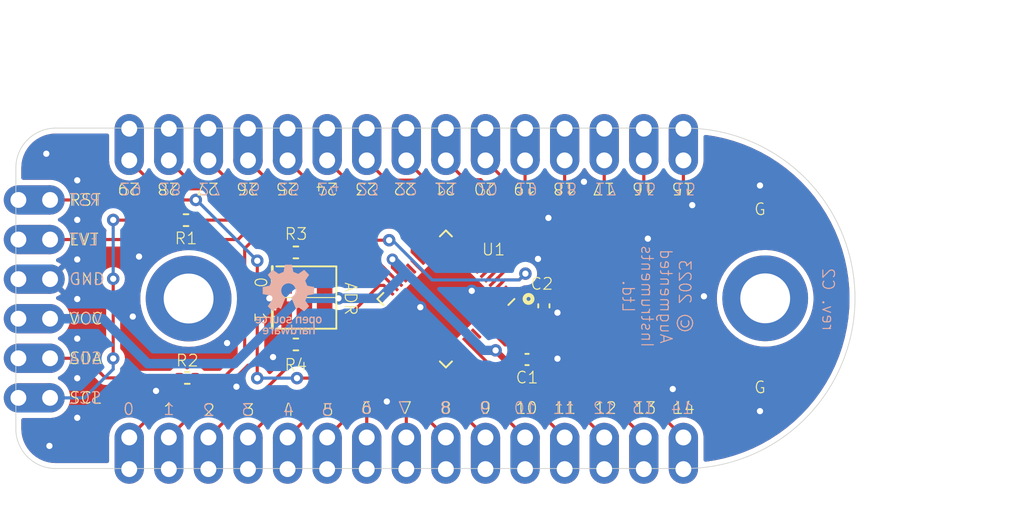
<source format=kicad_pcb>
(kicad_pcb (version 20221018) (generator pcbnew)
  (title_block (title "TRILL-CRAFT") (date "2022-11-15") (rev "C2") (company "BELA / Augmented Instruments Ltd.") (comment 1 "https://bela.io"))
  (layers (0 "F.Cu" signal) (31 "B.Cu" signal) (34 "B.Paste" user) (35 "F.Paste" user) (36 "B.SilkS" user "B.Silkscreen") (37 "F.SilkS" user "F.Silkscreen") (38 "B.Mask" user) (39 "F.Mask" user) (44 "Edge.Cuts" user))
  (net 0 "")
  (net 1 "GND")
  (net 2 "VCC")
  (net 3 "/I2C_SCL")
  (net 4 "/I2C_SDA")
  (net 5 "/XRES")
  (net 6 "Net-(U1-(INT)P0[1])")
  (net 7 "/EVENT")
  (net 8 "/ADDR0")
  (net 9 "/ADDR1")
  (net 10 "Net-(J2-Pin_1)")
  (net 11 "Net-(J2-Pin_2)")
  (net 12 "Net-(J2-Pin_3)")
  (net 13 "Net-(J2-Pin_4)")
  (net 14 "Net-(J2-Pin_5)")
  (net 15 "Net-(J2-Pin_6)")
  (net 16 "Net-(J2-Pin_7)")
  (net 17 "Net-(J2-Pin_8)")
  (net 18 "Net-(J2-Pin_9)")
  (net 19 "Net-(J2-Pin_10)")
  (net 20 "Net-(J2-Pin_11)")
  (net 21 "Net-(J2-Pin_12)")
  (net 22 "Net-(J2-Pin_13)")
  (net 23 "Net-(J2-Pin_14)")
  (net 24 "Net-(J2-Pin_15)")
  (net 25 "Net-(J3-Pin_1)")
  (net 26 "Net-(J3-Pin_2)")
  (net 27 "Net-(J3-Pin_3)")
  (net 28 "Net-(J3-Pin_4)")
  (net 29 "Net-(J3-Pin_5)")
  (net 30 "Net-(J3-Pin_6)")
  (net 31 "Net-(J3-Pin_7)")
  (net 32 "Net-(J3-Pin_8)")
  (net 33 "Net-(J3-Pin_9)")
  (net 34 "Net-(J3-Pin_10)")
  (net 35 "Net-(J3-Pin_11)")
  (net 36 "Net-(J3-Pin_12)")
  (net 37 "Net-(J3-Pin_13)")
  (net 38 "Net-(J3-Pin_14)")
  (net 39 "Net-(J3-Pin_15)")
  (net 40 "Net-(U1-(PR{slash}SCL)P1[1])")
  (net 41 "Net-(U1-(PR{slash}SDA)P1[0])")
  (footprint "TRILL:trill_craft_1X6_2.54mm_castelated_round" (layer "F.Cu") (at 128.1811 98.7171 -90)
    (fp_text reference "J1" hide)
    (fp_text value "Conn_01x06" hide)
  )
  (footprint "TRILL:QFN-48-1EP_6x6mm_P0.4mm_EP4.6x4.6mm" (layer "F.Cu") (at 153.5811 105.0671 -135)
    (fp_text reference "U1")
    (fp_text value "CY8C20666A-24LQXI")
  )
  (footprint "Capacitor_SMD:C_0402_1005Metric" (layer "F.Cu") (at 158.788 108.9538 180)
    (fp_text reference "C1")
    (fp_text value "100nF")
  )
  (footprint "TRILL:trill_craft_1x15_2.54mm_castellated_round" (layer "F.Cu") (at 133.2611 113.9571)
    (fp_text reference "J2" hide)
    (fp_text value "Conn_01x15_Female")
  )
  (footprint "TRILL:trill_craft_1x15_2.54mm_castellated_round" (layer "F.Cu") (at 168.8211 96.1771 180)
    (fp_text reference "J3" hide)
    (fp_text value "Conn_01x15_Female")
  )
  (footprint "MountingHole:MountingHole_3.2mm_M3_ISO14580_Pad" (layer "F.Cu") (at 174.0711 105.029)
    (fp_text reference "H1" hide)
    (fp_text value "MountingHole_Pad")
  )
  (footprint "Capacitor_SMD:C_0402_1005Metric" (layer "F.Cu") (at 159.8676 105.5116 -90)
    (fp_text reference "C2")
    (fp_text value "2n2")
  )
  (footprint "MountingHole:MountingHole_3.2mm_M3_ISO14580_Pad" (layer "F.Cu") (at 137.0711 105.0422)
    (fp_text reference "H2" hide)
    (fp_text value "MountingHole_Pad")
  )
  (footprint "Resistor_SMD:R_0402_1005Metric" (layer "F.Cu") (at 143.955 102.0826 180)
    (fp_text reference "R3")
    (fp_text value "47k")
  )
  (footprint "Resistor_SMD:R_0402_1005Metric" (layer "F.Cu") (at 143.955 107.9886 180)
    (fp_text reference "R4")
    (fp_text value "47k")
  )
  (footprint "Resistor_SMD:R_0402_1005Metric" (layer "F.Cu") (at 136.906 100.0125 180)
    (fp_text reference "R1")
    (fp_text value "100")
  )
  (footprint "TRILL:trill_craft_circular_pad_smd" (layer "F.Cu") (at 171.958 99.949)
    (fp_text reference "TP1" hide)
    (fp_text value "Conn_01x01_Female")
  )
  (footprint "TRILL:trill_craft_circular_pad_smd" (layer "F.Cu") (at 171.958 114.427)
    (fp_text reference "TP2" hide)
    (fp_text value "Conn_01x01_Female")
  )
  (footprint "TRILL:SolderJumper-2x3_P1.3mm_Open_Pad1.0x1.5mm" (layer "F.Cu") (at 144.499601 103.979245 180)
    (fp_text reference "JP1" hide)
    (fp_text value "Jumper_2x3_Open")
  )
  (footprint "Resistor_SMD:R_0402_1005Metric" (layer "F.Cu") (at 136.9822 110.1344 180)
    (fp_text reference "R2")
    (fp_text value "100")
  )
  (footprint "TRILL:OpenSourceHardware_Logo" (layer "B.Cu") (at 143.469927 105.655187 180)
    (fp_text reference "G5" hide)
    (fp_text value "OpenSourceHardware_Logo")
  )
  (gr_line (start 168.91 94.107) (end 128.542066 94.107) (stroke (width 0.05)) (layer "Edge.Cuts"))
  (gr_line (start 125.984 96.647) (end 125.984 113.392934) (stroke (width 0.05)) (layer "Edge.Cuts"))
  (gr_line (start 128.524 115.951) (end 168.91 115.951) (stroke (width 0.05)) (layer "Edge.Cuts"))
  (gr_arc (start 125.984 96.647) (mid 126.739601 94.849845) (end 128.542066 94.107) (stroke (width 0.05)) (layer "Edge.Cuts"))
  (gr_arc (start 128.524 115.951) (mid 126.726845 115.195399) (end 125.984 113.392934) (stroke (width 0.05)) (layer "Edge.Cuts"))
  (gr_arc (start 168.91 94.107) (mid 179.832 105.029) (end 168.91 115.951) (stroke (width 0.05)) (layer "Edge.Cuts"))
  (gr_text "rev. ${REVISION}" (at 177.673 107.188 270) (layer "B.SilkS") (effects (font (size 0.75 0.75) (thickness 0.07)) (justify left bottom mirror)))
  (gr_text "29" (at 134.112 98.425 180) (layer "B.SilkS") (effects (font (size 0.75 0.75) (thickness 0.07)) (justify right top mirror)))
  (gr_text "26" (at 141.732 98.425 180) (layer "B.SilkS") (effects (font (size 0.75 0.75) (thickness 0.07)) (justify right top mirror)))
  (gr_text "27" (at 139.1793 98.425 180) (layer "B.SilkS") (effects (font (size 0.75 0.75) (thickness 0.07)) (justify right top mirror)))
  (gr_text "28" (at 136.652 98.425 180) (layer "B.SilkS") (effects (font (size 0.75 0.75) (thickness 0.07)) (justify right top mirror)))
  (gr_text "15" (at 169.672 98.425 180) (layer "B.SilkS") (effects (font (size 0.75 0.75) (thickness 0.07)) (justify right top mirror)))
  (gr_text "16" (at 167.132 98.425 180) (layer "B.SilkS") (effects (font (size 0.75 0.75) (thickness 0.07)) (justify right top mirror)))
  (gr_text "17" (at 164.592 98.425 180) (layer "B.SilkS") (effects (font (size 0.75 0.75) (thickness 0.07)) (justify right top mirror)))
  (gr_text "18" (at 162.052 98.425 180) (layer "B.SilkS") (effects (font (size 0.75 0.75) (thickness 0.07)) (justify right top mirror)))
  (gr_text "19" (at 159.512 98.425 180) (layer "B.SilkS") (effects (font (size 0.75 0.75) (thickness 0.07)) (justify right top mirror)))
  (gr_text "20" (at 156.972 98.425 180) (layer "B.SilkS") (effects (font (size 0.75 0.75) (thickness 0.07)) (justify right top mirror)))
  (gr_text "21" (at 154.4066 98.425 180) (layer "B.SilkS") (effects (font (size 0.75 0.75) (thickness 0.07)) (justify right top mirror)))
  (gr_text "22" (at 151.8158 98.425 180) (layer "B.SilkS") (effects (font (size 0.75 0.75) (thickness 0.07)) (justify right top mirror)))
  (gr_text "23" (at 149.352 98.425 180) (layer "B.SilkS") (effects (font (size 0.75 0.75) (thickness 0.07)) (justify right top mirror)))
  (gr_text "25" (at 144.272 98.425 180) (layer "B.SilkS") (effects (font (size 0.75 0.75) (thickness 0.07)) (justify right top mirror)))
  (gr_text "24" (at 146.812 98.425 180) (layer "B.SilkS") (effects (font (size 0.75 0.75) (thickness 0.07)) (justify right top mirror)))
  (gr_text "8" (at 153.1366 111.633) (layer "B.SilkS") (effects (font (size 0.75 0.75) (thickness 0.07)) (justify right top mirror)))
  (gr_text "13" (at 165.481 111.633) (layer "B.SilkS") (effects (font (size 0.75 0.75) (thickness 0.07)) (justify right top mirror)))
  (gr_text "14" (at 167.9575 111.633) (layer "B.SilkS") (effects (font (size 0.75 0.75) (thickness 0.07)) (justify right top mirror)))
  (gr_text "0" (at 133.223 112.141) (layer "B.SilkS") (effects (font (size 0.75 0.75) (thickness 0.07)) (justify mirror)))
  (gr_text "12\n" (at 162.9664 111.633) (layer "B.SilkS") (effects (font (size 0.75 0.75) (thickness 0.07)) (justify right top mirror)))
  (gr_text "11\n" (at 160.3756 111.633) (layer "B.SilkS") (effects (font (size 0.75 0.75) (thickness 0.07)) (justify right top mirror)))
  (gr_text "1" (at 135.8138 112.141) (layer "B.SilkS") (effects (font (size 0.75 0.75) (thickness 0.07)) (justify mirror)))
  (gr_text "2" (at 137.922 111.76) (layer "B.SilkS") (effects (font (size 0.75 0.75) (thickness 0.07)) (justify right top mirror)))
  (gr_text "3" (at 140.4112 111.76) (layer "B.SilkS") (effects (font (size 0.75 0.75) (thickness 0.07)) (justify right top mirror)))
  (gr_text "4" (at 143.0782 111.76) (layer "B.SilkS") (effects (font (size 0.75 0.75) (thickness 0.07)) (justify right top mirror)))
  (gr_text "5" (at 145.542 111.76) (layer "B.SilkS") (effects (font (size 0.75 0.75) (thickness 0.07)) (justify right top mirror)))
  (gr_text "6" (at 148.0566 111.633) (layer "B.SilkS") (effects (font (size 0.75 0.75) (thickness 0.07)) (justify right top mirror)))
  (gr_text "7" (at 150.4442 111.633) (layer "B.SilkS") (effects (font (size 0.75 0.75) (thickness 0.07)) (justify right top mirror)))
  (gr_text "9" (at 155.6766 111.633) (layer "B.SilkS") (effects (font (size 0.75 0.75) (thickness 0.07)) (justify right top mirror)))
  (gr_text "10" (at 157.8864 111.633) (layer "B.SilkS") (effects (font (size 0.75 0.75) (thickness 0.07)) (justify right top mirror)))
  (gr_text "GND" (at 129.3622 103.7971) (layer "B.SilkS") (effects (font (size 0.75 0.75) (thickness 0.07)) (justify right mirror)))
  (gr_text "© 2023\nAugmented\nInstruments\nLtd." (at 164.846 104.902 270) (layer "B.SilkS") (effects (font (size 0.75 0.75) (thickness 0.07)) (justify bottom mirror)))
  (gr_text "VCC" (at 129.3622 106.3371) (layer "B.SilkS") (effects (font (size 0.75 0.75) (thickness 0.07)) (justify right mirror)))
  (gr_text "SCL" (at 129.3622 111.4171) (layer "B.SilkS") (effects (font (size 0.75 0.75) (thickness 0.07)) (justify right mirror)))
  (gr_text "RST" (at 129.3622 98.7171) (layer "B.SilkS") (effects (font (size 0.75 0.75) (thickness 0.07)) (justify right mirror)))
  (gr_text "SDA" (at 129.3622 108.8771) (layer "B.SilkS") (effects (font (size 0.75 0.75) (thickness 0.07)) (justify right mirror)))
  (gr_text "EVT" (at 129.3622 101.2571) (layer "B.SilkS") (effects (font (size 0.75 0.75) (thickness 0.07)) (justify right mirror)))
  (gr_text "2" (at 138.811 111.76) (layer "F.SilkS") (effects (font (size 0.75 0.75) (thickness 0.07)) (justify right top)))
  (gr_text "0" (at 133.223 112.141) (layer "F.SilkS") (effects (font (size 0.75 0.75) (thickness 0.07))))
  (gr_text "25" (at 142.621 98.425 180) (layer "F.SilkS") (effects (font (size 0.75 0.75) (thickness 0.07)) (justify right top)))
  (gr_text "17" (at 162.941 98.425 180) (layer "F.SilkS") (effects (font (size 0.75 0.75) (thickness 0.07)) (justify right top)))
  (gr_text "16" (at 165.481 98.425 180) (layer "F.SilkS") (effects (font (size 0.75 0.75) (thickness 0.07)) (justify right top)))
  (gr_text "15" (at 168.021 98.425 180) (layer "F.SilkS") (effects (font (size 0.75 0.75) (thickness 0.07)) (justify right top)))
  (gr_text "23" (at 147.701 98.425 180) (layer "F.SilkS") (effects (font (size 0.75 0.75) (thickness 0.07)) (justify right top)))
  (gr_text "22" (at 150.1648 98.425 180) (layer "F.SilkS") (effects (font (size 0.75 0.75) (thickness 0.07)) (justify right top)))
  (gr_text "21" (at 152.7556 98.425 180) (layer "F.SilkS") (effects (font (size 0.75 0.75) (thickness 0.07)) (justify right top)))
  (gr_text "20" (at 155.321 98.425 180) (layer "F.SilkS") (effects (font (size 0.75 0.75) (thickness 0.07)) (justify right top)))
  (gr_text "19" (at 157.861 98.425 180) (layer "F.SilkS") (effects (font (size 0.75 0.75) (thickness 0.07)) (justify right top)))
  (gr_text "18" (at 160.401 98.425 180) (layer "F.SilkS") (effects (font (size 0.75 0.75) (thickness 0.07)) (justify right top)))
  (gr_text "24" (at 145.161 98.425 180) (layer "F.SilkS") (effects (font (size 0.75 0.75) (thickness 0.07)) (justify right top)))
  (gr_text "28" (at 135.001 98.425 180) (layer "F.SilkS") (effects (font (size 0.75 0.75) (thickness 0.07)) (justify right top)))
  (gr_text "26" (at 140.081 98.425 180) (layer "F.SilkS") (effects (font (size 0.75 0.75) (thickness 0.07)) (justify right top)))
  (gr_text "27" (at 137.5283 98.425 180) (layer "F.SilkS") (effects (font (size 0.75 0.75) (thickness 0.07)) (justify right top)))
  (gr_text "RST" (at 129.3622 98.7171) (layer "F.SilkS") (effects (font (size 0.75 0.75) (thickness 0.07)) (justify left)))
  (gr_text "10" (at 159.512 111.633) (layer "F.SilkS") (effects (font (size 0.75 0.75) (thickness 0.07)) (justify right top)))
  (gr_text "9" (at 156.5275 111.633) (layer "F.SilkS") (effects (font (size 0.75 0.75) (thickness 0.07)) (justify right top)))
  (gr_text "7" (at 151.4475 111.633) (layer "F.SilkS") (effects (font (size 0.75 0.75) (thickness 0.07)) (justify right top)))
  (gr_text "6" (at 148.9075 111.633) (layer "F.SilkS") (effects (font (size 0.75 0.75) (thickness 0.07)) (justify right top)))
  (gr_text "5" (at 146.431 111.76) (layer "F.SilkS") (effects (font (size 0.75 0.75) (thickness 0.07)) (justify right top)))
  (gr_text "4" (at 143.891 111.76) (layer "F.SilkS") (effects (font (size 0.75 0.75) (thickness 0.07)) (justify right top)))
  (gr_text "3" (at 141.351 111.76) (layer "F.SilkS") (effects (font (size 0.75 0.75) (thickness 0.07)) (justify right top)))
  (gr_text "11\n" (at 161.9885 111.633) (layer "F.SilkS") (effects (font (size 0.75 0.75) (thickness 0.07)) (justify right top)))
  (gr_text "12\n" (at 164.592 111.633) (layer "F.SilkS") (effects (font (size 0.75 0.75) (thickness 0.07)) (justify right top)))
  (gr_text "14" (at 169.6085 111.633) (layer "F.SilkS") (effects (font (size 0.75 0.75) (thickness 0.07)) (justify right top)))
  (gr_text "13" (at 167.132 111.633) (layer "F.SilkS") (effects (font (size 0.75 0.75) (thickness 0.07)) (justify right top)))
  (gr_text "8" (at 153.9875 111.633) (layer "F.SilkS") (effects (font (size 0.75 0.75) (thickness 0.07)) (justify right top)))
  (gr_text "1" (at 135.8011 112.141) (layer "F.SilkS") (effects (font (size 0.75 0.75) (thickness 0.07))))
  (gr_text "29" (at 132.461 98.425 180) (layer "F.SilkS") (effects (font (size 0.75 0.75) (thickness 0.07)) (justify right top)))
  (gr_text "SCL\n" (at 129.3622 111.4171) (layer "F.SilkS") (effects (font (size 0.75 0.75) (thickness 0.07)) (justify left)))
  (gr_text "SDA" (at 129.3622 108.8771) (layer "F.SilkS") (effects (font (size 0.75 0.75) (thickness 0.07)) (justify left)))
  (gr_text "VCC" (at 129.3622 106.3371) (layer "F.SilkS") (effects (font (size 0.75 0.75) (thickness 0.07)) (justify left)))
  (gr_text "G" (at 173.736 110.744) (layer "F.SilkS") (effects (font (size 0.75 0.75) (thickness 0.07))))
  (gr_text "GND" (at 129.3622 103.7971) (layer "F.SilkS") (effects (font (size 0.75 0.75) (thickness 0.07)) (justify left)))
  (gr_text "G" (at 173.736 99.314) (layer "F.SilkS") (effects (font (size 0.75 0.75) (thickness 0.07))))
  (gr_text "ADR" (at 147.469601 105.059845 270) (layer "F.SilkS") (effects (font (size 0.75 0.75) (thickness 0.07))))
  (gr_text "EVT" (at 129.3622 101.2571) (layer "F.SilkS") (effects (font (size 0.75 0.75) (thickness 0.07)) (justify left)))
  (segment (start 143.165 103.1164) (end 143.445 102.8364) (width 0.2) (layer "F.Cu") (net 1))
  (segment (start 143.445 107.9886) (end 143.445 107.2226) (width 0.2) (layer "F.Cu") (net 1))
  (segment (start 153.5811 104.784258) (end 151.636556 102.839714) (width 0.2) (layer "F.Cu") (net 1))
  (segment (start 153.5811 105.0671) (end 156.126684 105.0671) (width 0.2) (layer "F.Cu") (net 1))
  (segment (start 160.739601 108.899845) (end 160.685646 108.9538) (width 0.2) (layer "F.Cu") (net 1))
  (segment (start 143.165 104.0062) (end 143.165 103.1164) (width 0.2) (layer "F.Cu") (net 1))
  (segment (start 157.709584 106.65) (end 156.939857 105.880273) (width 0.2032) (layer "F.Cu") (net 1))
  (segment (start 143.165 104.0062) (end 143.165 104.9634) (width 0.2) (layer "F.Cu") (net 1))
  (segment (start 173.736 97.79) (end 171.958 97.79) (width 0.6096) (layer "F.Cu") (net 1))
  (segment (start 160.685646 108.9538) (end 159.268 108.9538) (width 0.2) (layer "F.Cu") (net 1))
  (segment (start 142.2532 105.029) (end 143.0994 105.029) (width 0.2) (layer "F.Cu") (net 1))
  (segment (start 173.736 112.268) (end 171.958 112.268) (width 0.6096) (layer "F.Cu") (net 1))
  (segment (start 153.5811 105.0671) (end 153.5811 104.784258) (width 0.2) (layer "F.Cu") (net 1))
  (segment (start 143.165 106.0062) (end 143.165 106.9426) (width 0.2) (layer "F.Cu") (net 1))
  (segment (start 159.836016 106.023184) (end 159.8676 105.9916) (width 0.35) (layer "F.Cu") (net 1))
  (segment (start 159.266262 106.023184) (end 159.836016 106.023184) (width 0.35) (layer "F.Cu") (net 1))
  (segment (start 143.165 104.9634) (end 143.165 106.0062) (width 0.2) (layer "F.Cu") (net 1))
  (segment (start 158.239601 106.65) (end 157.709584 106.65) (width 0.2032) (layer "F.Cu") (net 1))
  (segment (start 143.445 107.2226) (end 143.165 106.9426) (width 0.2) (layer "F.Cu") (net 1))
  (segment (start 143.0994 105.029) (end 143.165 104.9634) (width 0.2) (layer "F.Cu") (net 1))
  (segment (start 158.239601 106.65) (end 158.639446 106.65) (width 0.35) (layer "F.Cu") (net 1))
  (segment (start 156.126684 105.0671) (end 156.939857 105.880273) (width 0.2) (layer "F.Cu") (net 1))
  (segment (start 129.925 110.155) (end 129.925 112.695) (width 0.508) (layer "F.Cu") (net 1))
  (segment (start 158.639446 106.65) (end 159.266262 106.023184) (width 0.35) (layer "F.Cu") (net 1))
  (segment (start 129.925 107.615) (end 129.925 105.075) (width 0.508) (layer "F.Cu") (net 1))
  (segment (start 143.445 102.8364) (end 143.445 102.0826) (width 0.2) (layer "F.Cu") (net 1))
  (via (at 160.739601 108.899845) (size 0.8) (drill 0.4) (layers "F.Cu" "B.Cu") (net 1))
  (via (at 155.239601 104.549845) (size 0.8) (drill 0.4) (layers "F.Cu" "B.Cu") (net 1))
  (via (at 151.939601 105.599845) (size 0.8) (drill 0.4) (layers "F.Cu" "B.Cu") (net 1))
  (via (at 169.389601 99.049845) (size 0.8) (drill 0.4) (layers "F.Cu" "B.Cu") (net 1))
  (via (at 166.539601 101.199845) (size 0.8) (drill 0.4) (layers "F.Cu" "B.Cu") (net 1))
  (via (at 170.139601 104.899845) (size 0.8) (drill 0.4) (layers "F.Cu" "B.Cu") (net 1))
  (via (at 134.98 110.97) (size 0.8) (drill 0.4) (layers "F.Cu" "B.Cu") (net 1))
  (via (at 129.925 110.155) (size 0.8) (drill 0.4) (layers "F.Cu" "B.Cu") (net 1))
  (via (at 160.159601 99.869845) (size 0.8) (drill 0.4) (layers "F.Cu" "B.Cu") (net 1))
  (via (at 129.925 97.455) (size 0.8) (drill 0.4) (layers "F.Cu" "B.Cu") (net 1))
  (via (at 142.489601 108.799845) (size 0.8) (drill 0.4) (layers "F.Cu" "B.Cu") (net 1))
  (via (at 173.736 97.79) (size 0.8) (drill 0.4) (layers "F.Cu" "B.Cu") (net 1))
  (via (at 168.139601 110.849845) (size 0.8) (drill 0.4) (layers "F.Cu" "B.Cu") (net 1))
  (via (at 162.439601 97.549845) (size 0.8) (drill 0.4) (layers "F.Cu" "B.Cu") (net 1))
  (via (at 129.925 112.695) (size 0.8) (drill 0.4) (layers "F.Cu" "B.Cu") (net 1))
  (via (at 129.925 102.535) (size 0.8) (drill 0.4) (layers "F.Cu" "B.Cu") (net 1))
  (via (at 140.139601 110.699845) (size 0.8) (drill 0.4) (layers "F.Cu" "B.Cu") (net 1))
  (via (at 133.889601 102.349845) (size 0.8) (drill 0.4) (layers "F.Cu" "B.Cu") (net 1))
  (via (at 128.139601 114.499845) (size 0.8) (drill 0.4) (layers "F.Cu" "B.Cu") (net 1))
  (via (at 129.925 105.075) (size 0.8) (drill 0.4) (layers "F.Cu" "B.Cu") (net 1))
  (via (at 142.2532 105.029) (size 0.8) (drill 0.4) (layers "F.Cu" "B.Cu") (net 1))
  (via (at 139.539601 107.899845) (size 0.8) (drill 0.4) (layers "F.Cu" "B.Cu") (net 1))
  (via (at 159.489601 102.499845) (size 0.8) (drill 0.4) (layers "F.Cu" "B.Cu") (net 1))
  (via (at 173.736 112.268) (size 0.8) (drill 0.4) (layers "F.Cu" "B.Cu") (net 1))
  (via (at 127.939601 95.749845) (size 0.8) (drill 0.4) (layers "F.Cu" "B.Cu") (net 1))
  (via (at 129.925 107.615) (size 0.8) (drill 0.4) (layers "F.Cu" "B.Cu") (net 1))
  (via (at 160.739601 105.949845) (size 0.8) (drill 0.4) (layers "F.Cu" "B.Cu") (net 1))
  (via (at 133.489601 106.199845) (size 0.8) (drill 0.4) (layers "F.Cu" "B.Cu") (net 1))
  (via (at 129.925 99.995) (size 0.8) (drill 0.4) (layers "F.Cu" "B.Cu") (net 1))
  (via (at 149.789601 111.649845) (size 0.8) (drill 0.4) (layers "F.Cu" "B.Cu") (net 1))
  (segment (start 129.925 110.155) (end 129.925 107.615) (width 0.508) (layer "B.Cu") (net 1))
  (segment (start 145.6503 105.029) (end 145.6503 106.045) (width 0.2) (layer "F.Cu") (net 2))
  (segment (start 156.033986 108.368514) (end 155.242801 107.577329) (width 0.2) (layer "F.Cu") (net 2))
  (segment (start 146.6855 105.029) (end 145.6503 105.029) (width 0.2) (layer "F.Cu") (net 2))
  (segment (start 150.15 103.050214) (end 150.15 102.525) (width 0.2) (layer "F.Cu") (net 2))
  (segment (start 156.770932 108.368514) (end 157.356218 108.9538) (width 0.4) (layer "F.Cu") (net 2))
  (segment (start 156.770932 108.368514) (end 156.033986 108.368514) (width 0.2) (layer "F.Cu") (net 2))
  (segment (start 145.6503 104.0257) (end 145.6503 105.029) (width 0.2) (layer "F.Cu") (net 2))
  (segment (start 157.639601 108.9538) (end 158.308 108.9538) (width 0.2) (layer "F.Cu") (net 2))
  (segment (start 150.15 103.050214) (end 150.788028 103.688242) (width 0.2) (layer "F.Cu") (net 2))
  (segment (start 157.356218 108.9538) (end 157.639601 108.9538) (width 0.4) (layer "F.Cu") (net 2))
  (via (at 156.770932 108.368514) (size 0.8) (drill 0.4) (layers "F.Cu" "B.Cu") (net 2))
  (via (at 146.6855 105.029) (size 0.8) (drill 0.4) (layers "F.Cu" "B.Cu") (net 2))
  (via (at 150.15 102.525) (size 0.7366) (drill 0.381) (layers "F.Cu" "B.Cu") (net 2))
  (segment (start 134.4422 109.22) (end 140.0048 109.22) (width 0.6096) (layer "B.Cu") (net 2))
  (segment (start 150.15 102.525) (end 151 103.375) (width 0.6096) (layer "B.Cu") (net 2))
  (segment (start 156.770932 108.368514) (end 155.993514 108.368514) (width 0.6) (layer "B.Cu") (net 2))
  (segment (start 155.993514 108.368514) (end 151 103.375) (width 0.6) (layer "B.Cu") (net 2))
  (segment (start 131.5593 106.3371) (end 134.4422 109.22) (width 0.6096) (layer "B.Cu") (net 2))
  (segment (start 140.0048 109.22) (end 144.1958 105.029) (width 0.6096) (layer "B.Cu") (net 2))
  (segment (start 144.1958 105.029) (end 146.6855 105.029) (width 0.6096) (layer "B.Cu") (net 2))
  (segment (start 128.1811 106.3371) (end 131.5593 106.3371) (width 0.6096) (layer "B.Cu") (net 2))
  (segment (start 149.346 105.029) (end 151 103.375) (width 0.6096) (layer "B.Cu") (net 2))
  (segment (start 146.6855 105.029) (end 149.346 105.029) (width 0.6096) (layer "B.Cu") (net 2))
  (segment (start 132.2324 100.0125) (end 136.396 100.0125) (width 0.2) (layer "F.Cu") (net 3))
  (segment (start 132.2324 103.775) (end 132.2324 108.8898) (width 0.2) (layer "F.Cu") (net 3))
  (via (at 132.2324 99.9998) (size 0.8) (drill 0.4) (layers "F.Cu" "B.Cu") (net 3))
  (via (at 132.2324 103.775) (size 0.8) (drill 0.4) (layers "F.Cu" "B.Cu") (net 3))
  (via (at 132.2324 108.8898) (size 0.8) (drill 0.4) (layers "F.Cu" "B.Cu") (net 3))
  (segment (start 132.2324 108.8898) (end 132.2324 109.5756) (width 0.2) (layer "B.Cu") (net 3))
  (segment (start 130.3909 111.4171) (end 128.1811 111.4171) (width 0.2) (layer "B.Cu") (net 3))
  (segment (start 132.2324 109.5756) (end 130.3909 111.4171) (width 0.2) (layer "B.Cu") (net 3))
  (segment (start 132.2324 99.9998) (end 132.2324 103.775) (width 0.2) (layer "B.Cu") (net 3))
  (segment (start 128.1811 108.8771) (end 130.4671 108.8771) (width 0.2) (layer "F.Cu") (net 4))
  (segment (start 136.4722 110.1344) (end 131.7244 110.1344) (width 0.2) (layer "F.Cu") (net 4))
  (segment (start 130.4671 108.8771) (end 131.4323 109.8423) (width 0.2) (layer "F.Cu") (net 4))
  (segment (start 131.7244 110.1344) (end 131.4323 109.8423) (width 0.2) (layer "F.Cu") (net 4))
  (segment (start 150.222343 105.880273) (end 145.952616 110.15) (width 0.2) (layer "F.Cu") (net 5))
  (segment (start 137.5329 98.7171) (end 128.1811 98.7171) (width 0.2) (layer "F.Cu") (net 5))
  (segment (start 145.952616 110.15) (end 144.025 110.15) (width 0.2) (layer "F.Cu") (net 5))
  (segment (start 141.478 102.616) (end 141.475 110.15) (width 0.2) (layer "F.Cu") (net 5))
  (via (at 137.5329 98.7171) (size 0.8) (drill 0.4) (layers "F.Cu" "B.Cu") (net 5))
  (via (at 141.475 110.15) (size 0.8) (drill 0.4) (layers "F.Cu" "B.Cu") (net 5))
  (via (at 144.025 110.15) (size 0.8) (drill 0.4) (layers "F.Cu" "B.Cu") (net 5))
  (via (at 141.478 102.616) (size 0.8) (drill 0.4) (layers "F.Cu" "B.Cu") (net 5))
  (segment (start 137.5791 98.7171) (end 141.478 102.616) (width 0.2) (layer "B.Cu") (net 5))
  (segment (start 137.5329 98.7171) (end 137.5791 98.7171) (width 0.2) (layer "B.Cu") (net 5))
  (segment (start 144.025 110.15) (end 141.475 110.15) (width 0.2) (layer "B.Cu") (net 5))
  (segment (start 159.8676 105.0316) (end 159.076876 105.0316) (width 0.4) (layer "F.Cu") (net 6))
  (segment (start 158.108476 106) (end 157.62527 106) (width 0.2032) (layer "F.Cu") (net 6))
  (segment (start 157.62527 106) (end 157.2227 105.59743) (width 0.2032) (layer "F.Cu") (net 6))
  (segment (start 159.076876 105.0316) (end 158.108476 106) (width 0.2032) (layer "F.Cu") (net 6))
  (segment (start 148.505 101.08) (end 145.7 101.08) (width 0.2) (layer "F.Cu") (net 7))
  (segment (start 145.2675 100.6475) (end 140.8525 100.6475) (width 0.2) (layer "F.Cu") (net 7))
  (segment (start 140.8525 100.6475) (end 140.2429 101.2571) (width 0.2) (layer "F.Cu") (net 7))
  (segment (start 149.939601 101.3) (end 148.725 101.3) (width 0.2) (layer "F.Cu") (net 7))
  (segment (start 157.343939 103.849845) (end 156.939857 104.253927) (width 0.2) (layer "F.Cu") (net 7))
  (segment (start 140.2429 101.2571) (end 128.1811 101.2571) (width 0.2) (layer "F.Cu") (net 7))
  (segment (start 145.7 101.08) (end 145.2675 100.6475) (width 0.2) (layer "F.Cu") (net 7))
  (segment (start 148.725 101.3) (end 148.505 101.08) (width 0.2) (layer "F.Cu") (net 7))
  (segment (start 158.278155 103.849845) (end 157.343939 103.849845) (width 0.2) (layer "F.Cu") (net 7))
  (segment (start 158.683878 103.444122) (end 158.278155 103.849845) (width 0.2) (layer "F.Cu") (net 7))
  (via (at 158.683878 103.444122) (size 0.8) (drill 0.4) (layers "F.Cu" "B.Cu") (net 7))
  (via (at 149.939601 101.3) (size 0.8) (drill 0.4) (layers "F.Cu" "B.Cu") (net 7))
  (segment (start 152.7 103.85) (end 150.15 101.3) (width 0.2) (layer "B.Cu") (net 7))
  (segment (start 158.278 103.85) (end 152.7 103.85) (width 0.2) (layer "B.Cu") (net 7))
  (segment (start 150.15 101.3) (end 149.939601 101.3) (width 0.2) (layer "B.Cu") (net 7))
  (segment (start 158.683878 103.444122) (end 158.278 103.85) (width 0.2) (layer "B.Cu") (net 7))
  (segment (start 144.465 102.0826) (end 144.465 104.011) (width 0.2) (layer "F.Cu") (net 8))
  (segment (start 148.051016 102.0826) (end 144.465 102.0826) (width 0.2) (layer "F.Cu") (net 8))
  (segment (start 150.222343 104.253927) (end 148.051016 102.0826) (width 0.2) (layer "F.Cu") (net 8))
  (segment (start 144.465 107.9886) (end 145.5114 107.9886) (width 0.2) (layer "F.Cu") (net 9))
  (segment (start 145.5114 107.9886) (end 149.3 104.2) (width 0.2) (layer "F.Cu") (net 9))
  (segment (start 144.465 107.9886) (end 144.465 106.0597) (width 0.2) (layer "F.Cu") (net 9))
  (segment (start 149.59945 104.2) (end 149.93786 104.53841) (width 0.2) (layer "F.Cu") (net 9))
  (segment (start 144.465 106.0597) (end 144.4503 106.045) (width 0.2) (layer "F.Cu") (net 9))
  (segment (start 149.3 104.2) (end 149.59945 104.2) (width 0.2) (layer "F.Cu") (net 9))
  (segment (start 149.9395 105.59743) (end 146.36773 109.1692) (width 0.2) (layer "F.Cu") (net 10))
  (segment (start 146.36773 109.1692) (end 145.589913 109.1692) (width 0.2) (layer "F.Cu") (net 10))
  (segment (start 141.2494 111.6076) (end 143.6878 109.1692) (width 0.2032) (layer "F.Cu") (net 10))
  (segment (start 133.2611 113.9571) (end 135.6106 111.6076) (width 0.2032) (layer "F.Cu") (net 10))
  (segment (start 135.6106 111.6076) (end 141.2494 111.6076) (width 0.2032) (layer "F.Cu") (net 10))
  (segment (start 143.6878 109.1692) (end 145.589913 109.1692) (width 0.2032) (layer "F.Cu") (net 10))
  (segment (start 141.492 112) (end 137.7582 112) (width 0.2032) (layer "F.Cu") (net 11))
  (segment (start 142.192155 111.299845) (end 141.492 112) (width 0.2032) (layer "F.Cu") (net 11))
  (segment (start 144.489601 111.199845) (end 144.389601 111.299845) (width 0.2032) (layer "F.Cu") (net 11))
  (segment (start 145.868457 110.799845) (end 150.505186 106.163116) (width 0.2) (layer "F.Cu") (net 11))
  (segment (start 144.889601 110.799845) (end 145.868457 110.799845) (width 0.2) (layer "F.Cu") (net 11))
  (segment (start 137.7582 112) (end 135.8011 113.9571) (width 0.2032) (layer "F.Cu") (net 11))
  (segment (start 144.489601 111.199845) (end 144.889601 110.799845) (width 0.2) (layer "F.Cu") (net 11))
  (segment (start 144.389601 111.299845) (end 142.192155 111.299845) (width 0.2032) (layer "F.Cu") (net 11))
  (segment (start 146.211871 111.022115) (end 146.20847 111.022115) (width 0.2032) (layer "F.Cu") (net 12))
  (segment (start 146.20847 111.022115) (end 146.03074 111.199845) (width 0.2032) (layer "F.Cu") (net 12))
  (segment (start 145.100723 111.199845) (end 144.619723 111.680845) (width 0.2032) (layer "F.Cu") (net 12))
  (segment (start 146.03074 111.199845) (end 145.100723 111.199845) (width 0.2032) (layer "F.Cu") (net 12))
  (segment (start 141.627 112.5) (end 139.7982 112.5) (width 0.2032) (layer "F.Cu") (net 12))
  (segment (start 142.446155 111.680845) (end 141.627 112.5) (width 0.2032) (layer "F.Cu") (net 12))
  (segment (start 144.619723 111.680845) (end 142.446155 111.680845) (width 0.2032) (layer "F.Cu") (net 12))
  (segment (start 150.788028 106.445958) (end 146.211871 111.022115) (width 0.2) (layer "F.Cu") (net 12))
  (segment (start 139.7982 112.5) (end 138.3411 113.9571) (width 0.2032) (layer "F.Cu") (net 12))
  (segment (start 142.776355 112.061845) (end 140.8811 113.9571) (width 0.2032) (layer "F.Cu") (net 13))
  (segment (start 145.258539 111.580845) (end 144.777539 112.061845) (width 0.2032) (layer "F.Cu") (net 13))
  (segment (start 144.777539 112.061845) (end 142.776355 112.061845) (width 0.2032) (layer "F.Cu") (net 13))
  (segment (start 146.344714 111.454958) (end 146.218827 111.580845) (width 0.2032) (layer "F.Cu") (net 13))
  (segment (start 151.070871 106.728801) (end 146.344714 111.454958) (width 0.2) (layer "F.Cu") (net 13))
  (segment (start 146.218827 111.580845) (end 145.258539 111.580845) (width 0.2032) (layer "F.Cu") (net 13))
  (segment (start 146.452557 111.912801) (end 151.353714 107.011644) (width 0.2) (layer "F.Cu") (net 14))
  (segment (start 145.416355 111.961845) (end 143.4211 113.9571) (width 0.2032) (layer "F.Cu") (net 14))
  (segment (start 146.403513 111.961845) (end 145.416355 111.961845) (width 0.2032) (layer "F.Cu") (net 14))
  (segment (start 146.452557 111.912801) (end 146.403513 111.961845) (width 0.2032) (layer "F.Cu") (net 14))
  (segment (start 147.05 112.8682) (end 146.900899 113.017301) (width 0.2) (layer "F.Cu") (net 15))
  (segment (start 151.636556 107.294486) (end 147.05 111.881042) (width 0.2) (layer "F.Cu") (net 15))
  (segment (start 147.05 111.881042) (end 147.05 112.8682) (width 0.2) (layer "F.Cu") (net 15))
  (segment (start 145.9611 113.9571) (end 146.900899 113.017301) (width 0.2032) (layer "F.Cu") (net 15))
  (segment (start 148.5011 113.9571) (end 148.5011 110.995628) (width 0.2032) (layer "F.Cu") (net 16))
  (segment (start 148.5011 110.995628) (end 151.919399 107.577329) (width 0.2032) (layer "F.Cu") (net 16))
  (segment (start 151.0411 113.9571) (end 151.0411 109.021314) (width 0.2) (layer "F.Cu") (net 17))
  (segment (start 151.0411 109.021314) (end 152.202242 107.860172) (width 0.2) (layer "F.Cu") (net 17))
  (segment (start 151.887991 108.740107) (end 151.4205 109.207598) (width 0.2032) (layer "F.Cu") (net 18))
  (segment (start 151.4205 111.7965) (end 153.5811 113.9571) (width 0.2032) (layer "F.Cu") (net 18))
  (segment (start 151.4205 109.207598) (end 151.4205 111.7965) (width 0.2032) (layer "F.Cu") (net 18))
  (segment (start 151.887991 108.740107) (end 152.485084 108.143014) (width 0.2) (layer "F.Cu") (net 18))
  (segment (start 152.288796 110.09904) (end 156.1211 113.931344) (width 0.2032) (layer "F.Cu") (net 19))
  (segment (start 152.288796 110.09904) (end 152.288796 108.904988) (width 0.2) (layer "F.Cu") (net 19))
  (segment (start 152.288796 108.904988) (end 152.767927 108.425857) (width 0.2) (layer "F.Cu") (net 19))
  (segment (start 156.1211 113.931344) (end 156.1211 113.9571) (width 0.2032) (layer "F.Cu") (net 19))
  (segment (start 154.839601 111.9632) (end 156.6672 111.9632) (width 0.2032) (layer "F.Cu") (net 20))
  (segment (start 154.839601 111.9632) (end 154.752956 111.9632) (width 0.2) (layer "F.Cu") (net 20))
  (segment (start 156.6672 111.9632) (end 158.6611 113.9571) (width 0.2032) (layer "F.Cu") (net 20))
  (segment (start 154.752956 111.9632) (end 152.689601 109.899845) (width 0.2) (layer "F.Cu") (net 20))
  (segment (start 152.689601 109.899845) (end 152.689601 109.069869) (width 0.2) (layer "F.Cu") (net 20))
  (segment (start 152.689601 109.069869) (end 153.05077 108.7087) (width 0.2) (layer "F.Cu") (net 20))
  (segment (start 156.85792 111.45519) (end 154.11143 108.7087) (width 0.2032) (layer "F.Cu") (net 21))
  (segment (start 161.2011 113.9571) (end 158.69919 111.45519) (width 0.2032) (layer "F.Cu") (net 21))
  (segment (start 158.69919 111.45519) (end 156.85792 111.45519) (width 0.2032) (layer "F.Cu") (net 21))
  (segment (start 156.991806 111.02339) (end 154.394273 108.425857) (width 0.2032) (layer "F.Cu") (net 22))
  (segment (start 158.82339 111.02339) (end 156.991806 111.02339) (width 0.2032) (layer "F.Cu") (net 22))
  (segment (start 160.80739 111.02339) (end 163.7411 113.9571) (width 0.2032) (layer "F.Cu") (net 22))
  (segment (start 158.82339 111.02339) (end 160.80739 111.02339) (width 0.2032) (layer "F.Cu") (net 22))
  (segment (start 158.79969 110.60031) (end 157.134412 110.60031) (width 0.2032) (layer "F.Cu") (net 23))
  (segment (start 157.134412 110.60031) (end 154.677116 108.143014) (width 0.2032) (layer "F.Cu") (net 23))
  (segment (start 162.92431 110.60031) (end 166.2811 113.9571) (width 0.2032) (layer "F.Cu") (net 23))
  (segment (start 158.79969 110.60031) (end 162.92431 110.60031) (width 0.2032) (layer "F.Cu") (net 23))
  (segment (start 158.0225 110.1725) (end 165.0365 110.1725) (width 0.2032) (layer "F.Cu") (net 24))
  (segment (start 154.959958 107.860172) (end 157.272286 110.1725) (width 0.2) (layer "F.Cu") (net 24))
  (segment (start 165.0365 110.1725) (end 168.8211 113.9571) (width 0.2032) (layer "F.Cu") (net 24))
  (segment (start 157.272286 110.1725) (end 158.0225 110.1725) (width 0.2) (layer "F.Cu") (net 24))
  (segment (start 164.570601 104.568845) (end 161.125946 108.0135) (width 0.2032) (layer "F.Cu") (net 25))
  (segment (start 168.8211 97.668346) (end 164.570601 101.918845) (width 0.2032) (layer "F.Cu") (net 25))
  (segment (start 164.570601 101.918845) (end 164.570601 104.568845) (width 0.2032) (layer "F.Cu") (net 25))
  (segment (start 168.8211 96.1771) (end 168.8211 97.668346) (width 0.2032) (layer "F.Cu") (net 25))
  (segment (start 161.125946 108.0135) (end 157.376028 108.0135) (width 0.2032) (layer "F.Cu") (net 25))
  (segment (start 157.376028 108.0135) (end 156.091329 106.728801) (width 0.2032) (layer "F.Cu") (net 25))
  (segment (start 166.2811 97.608346) (end 166.2811 96.1771) (width 0.2032) (layer "F.Cu") (net 26))
  (segment (start 157.478543 107.550329) (end 161.050301 107.550329) (width 0.2032) (layer "F.Cu") (net 26))
  (segment (start 164.189601 99.699845) (end 166.2811 97.608346) (width 0.2032) (layer "F.Cu") (net 26))
  (segment (start 164.189601 104.411029) (end 164.189601 99.699845) (width 0.2032) (layer "F.Cu") (net 26))
  (segment (start 161.050301 107.550329) (end 164.189601 104.411029) (width 0.2032) (layer "F.Cu") (net 26))
  (segment (start 156.374172 106.445958) (end 157.478543 107.550329) (width 0.2032) (layer "F.Cu") (net 26))
  (segment (start 163.7411 96.1771) (end 163.7411 104.320714) (width 0.2032) (layer "F.Cu") (net 27))
  (segment (start 160.939294 107.12252) (end 157.616418 107.12252) (width 0.2032) (layer "F.Cu") (net 27))
  (segment (start 157.616418 107.12252) (end 156.657014 106.163116) (width 0.2032) (layer "F.Cu") (net 27))
  (segment (start 163.7411 104.320714) (end 160.939294 107.12252) (width 0.2032) (layer "F.Cu") (net 27))
  (segment (start 161.2011 97.5489) (end 159.2 99.55) (width 0.2) (layer "F.Cu") (net 28))
  (segment (start 161.2011 96.1771) (end 161.2011 97.5489) (width 0.2) (layer "F.Cu") (net 28))
  (segment (start 159.2 101.428098) (end 156.657014 103.971084) (width 0.2) (layer "F.Cu") (net 28))
  (segment (start 159.2 99.55) (end 159.2 101.428098) (width 0.2) (layer "F.Cu") (net 28))
  (segment (start 158.6611 96.1771) (end 158.6611 101.401314) (width 0.2) (layer "F.Cu") (net 29))
  (segment (start 158.6611 101.401314) (end 156.374172 103.688242) (width 0.2) (layer "F.Cu") (net 29))
  (segment (start 156.1211 96.1771) (end 157.822 97.878) (width 0.2) (layer "F.Cu") (net 30))
  (segment (start 157.723364 101.773364) (end 156.091329 103.405399) (width 0.2) (layer "F.Cu") (net 30))
  (segment (start 158.15 98.206) (end 157.822 97.878) (width 0.2) (layer "F.Cu") (net 30))
  (segment (start 157.723364 101.773364) (end 158.15 101.346728) (width 0.2) (layer "F.Cu") (net 30))
  (segment (start 158.15 101.346728) (end 158.15 98.206) (width 0.2) (layer "F.Cu") (net 30))
  (segment (start 157.6 101.331042) (end 155.808486 103.122556) (width 0.2032) (layer "F.Cu") (net 31))
  (segment (start 157.6 99.2) (end 157.6 101.331042) (width 0.2032) (layer "F.Cu") (net 31))
  (segment (start 154.823701 97.419701) (end 155.819701 97.419701) (width 0.2032) (layer "F.Cu") (net 31))
  (segment (start 153.5811 96.1771) (end 154.823701 97.419701) (width 0.2032) (layer "F.Cu") (net 31))
  (segment (start 155.819701 97.419701) (end 157.6 99.2) (width 0.2032) (layer "F.Cu") (net 31))
  (segment (start 153.385647 97.847511) (end 155.597511 97.847511) (width 0.2032) (layer "F.Cu") (net 32))
  (segment (start 157.1 101.265358) (end 155.525644 102.839714) (width 0.2032) (layer "F.Cu") (net 32))
  (segment (start 155.597511 97.847511) (end 157.1 99.35) (width 0.2032) (layer "F.Cu") (net 32))
  (segment (start 151.0411 96.1771) (end 152.283701 97.419701) (width 0.2032) (layer "F.Cu") (net 32))
  (segment (start 152.957837 97.419701) (end 153.385647 97.847511) (width 0.2032) (layer "F.Cu") (net 32))
  (segment (start 152.283701 97.419701) (end 152.957837 97.419701) (width 0.2032) (layer "F.Cu") (net 32))
  (segment (start 157.1 99.35) (end 157.1 101.265358) (width 0.2032) (layer "F.Cu") (net 32))
  (segment (start 148.5011 96.1771) (end 149.7711 97.4471) (width 0.2032) (layer "F.Cu") (net 33))
  (segment (start 152.038411 97.847511) (end 152.847511 97.847511) (width 0.2032) (layer "F.Cu") (net 33))
  (segment (start 151.638 97.4471) (end 152.038411 97.847511) (width 0.2032) (layer "F.Cu") (net 33))
  (segment (start 156.549836 101.249836) (end 155.242801 102.556871) (width 0.2) (layer "F.Cu") (net 33))
  (segment (start 153.25 98.25) (end 155.25 98.25) (width 0.2032) (layer "F.Cu") (net 33))
  (segment (start 155.25 98.25) (end 156 99) (width 0.2032) (layer "F.Cu") (net 33))
  (segment (start 152.847511 97.847511) (end 153.25 98.25) (width 0.2032) (layer "F.Cu") (net 33))
  (segment (start 149.7711 97.4471) (end 151.638 97.4471) (width 0.2032) (layer "F.Cu") (net 33))
  (segment (start 156 99) (end 156.549836 99.549836) (width 0.2) (layer "F.Cu") (net 33))
  (segment (start 156.549836 99.549836) (end 156.549836 101.249836) (width 0.2) (layer "F.Cu") (net 33))
  (segment (start 152.601593 98.275321) (end 153.038136 98.711864) (width 0.2032) (layer "F.Cu") (net 34))
  (segment (start 156 101.233986) (end 156 99.75) (width 0.2) (layer "F.Cu") (net 34))
  (segment (start 154.961864 98.711864) (end 155.625 99.375) (width 0.2032) (layer "F.Cu") (net 34))
  (segment (start 151.856621 98.275321) (end 152.601593 98.275321) (width 0.2032) (layer "F.Cu") (net 34))
  (segment (start 151.45621 97.87491) (end 151.856621 98.275321) (width 0.2032) (layer "F.Cu") (net 34))
  (segment (start 156 99.75) (end 155.625 99.375) (width 0.2) (layer "F.Cu") (net 34))
  (segment (start 154.959958 102.274028) (end 156 101.233986) (width 0.2) (layer "F.Cu") (net 34))
  (segment (start 145.9611 96.1771) (end 147.65891 97.87491) (width 0.2032) (layer "F.Cu") (net 34))
  (segment (start 153.038136 98.711864) (end 154.961864 98.711864) (width 0.2032) (layer "F.Cu") (net 34))
  (segment (start 147.65891 97.87491) (end 151.45621 97.87491) (width 0.2032) (layer "F.Cu") (net 34))
  (segment (start 155.434151 100.034151) (end 155.434151 101.234151) (width 0.2032) (layer "F.Cu") (net 35))
  (segment (start 147.0607 98.3107) (end 151.2824 98.3107) (width 0.2032) (layer "F.Cu") (net 35))
  (segment (start 145.113 97.869) (end 146.619 97.869) (width 0.2032) (layer "F.Cu") (net 35))
  (segment (start 151.2824 98.3107) (end 151.674831 98.703131) (width 0.2032) (layer "F.Cu") (net 35))
  (segment (start 146.619 97.869) (end 147.0607 98.3107) (width 0.2032) (layer "F.Cu") (net 35))
  (segment (start 154.530941 99.130941) (end 155.434151 100.034151) (width 0.2032) (layer "F.Cu") (net 35))
  (segment (start 152.491267 98.703131) (end 152.919077 99.130941) (width 0.2032) (layer "F.Cu") (net 35))
  (segment (start 151.674831 98.703131) (end 152.491267 98.703131) (width 0.2032) (layer "F.Cu") (net 35))
  (segment (start 155.434151 101.234151) (end 154.677116 101.991186) (width 0.2) (layer "F.Cu") (net 35))
  (segment (start 143.4211 96.1771) (end 145.113 97.869) (width 0.2032) (layer "F.Cu") (net 35))
  (segment (start 152.919077 99.130941) (end 154.530941 99.130941) (width 0.2032) (layer "F.Cu") (net 35))
  (segment (start 154.951308 100.351308) (end 154.951308 101.151308) (width 0.2032) (layer "F.Cu") (net 36))
  (segment (start 151.493041 99.130941) (end 152.380941 99.130941) (width 0.2032) (layer "F.Cu") (net 36))
  (segment (start 154.1807 99.5807) (end 154.951308 100.351308) (width 0.2032) (layer "F.Cu") (net 36))
  (segment (start 146.25 98.25) (end 146.772486 98.772486) (width 0.2032) (layer "F.Cu") (net 36))
  (segment (start 154.951308 101.151308) (end 154.394273 101.708343) (width 0.2032) (layer "F.Cu") (net 36))
  (segment (start 152.380941 99.130941) (end 152.8307 99.5807) (width 0.2032) (layer "F.Cu") (net 36))
  (segment (start 142.954 98.25) (end 146.25 98.25) (width 0.2032) (layer "F.Cu") (net 36))
  (segment (start 151.134586 98.772486) (end 151.493041 99.130941) (width 0.2032) (layer "F.Cu") (net 36))
  (segment (start 152.8307 99.5807) (end 154.1807 99.5807) (width 0.2032) (layer "F.Cu") (net 36))
  (segment (start 146.772486 98.772486) (end 151.134586 98.772486) (width 0.2032) (layer "F.Cu") (net 36))
  (segment (start 140.8811 96.1771) (end 142.954 98.25) (width 0.2032) (layer "F.Cu") (net 36))
  (segment (start 152.672884 99.9617) (end 152.269935 99.558751) (width 0.2032) (layer "F.Cu") (net 37))
  (segment (start 154.11143 101.4255) (end 154.45 101.08693) (width 0.2032) (layer "F.Cu") (net 37))
  (segment (start 154.45 100.6) (end 153.8117 99.9617) (width 0.2032) (layer "F.Cu") (net 37))
  (segment (start 146.44571 99.19571) (end 145.98851 98.73851) (width 0.2032) (layer "F.Cu") (net 37))
  (segment (start 153.8117 99.9617) (end 152.672884 99.9617) (width 0.2032) (layer "F.Cu") (net 37))
  (segment (start 150.94821 99.19571) (end 146.44571 99.19571) (width 0.2032) (layer "F.Cu") (net 37))
  (segment (start 151.311251 99.558751) (end 150.94821 99.19571) (width 0.2032) (layer "F.Cu") (net 37))
  (segment (start 145.98851 98.73851) (end 140.90251 98.73851) (width 0.2032) (layer "F.Cu") (net 37))
  (segment (start 154.45 101.08693) (end 154.45 100.6) (width 0.2032) (layer "F.Cu") (net 37))
  (segment (start 152.269935 99.558751) (end 151.311251 99.558751) (width 0.2032) (layer "F.Cu") (net 37))
  (segment (start 140.90251 98.73851) (end 138.3411 96.1771) (width 0.2032) (layer "F.Cu") (net 37))
  (segment (start 150.7236 99.6315) (end 151.078661 99.986561) (width 0.2032) (layer "F.Cu") (net 38))
  (segment (start 146.33735 99.6315) (end 150.7236 99.6315) (width 0.2032) (layer "F.Cu") (net 38))
  (segment (start 153.05077 101.4255) (end 151.611831 99.986561) (width 0.2) (layer "F.Cu") (net 38))
  (segment (start 140.319409 99.16632) (end 145.87217 99.16632) (width 0.2032) (layer "F.Cu") (net 38))
  (segment (start 135.8011 96.1771) (end 137.243 97.619) (width 0.2032) (layer "F.Cu") (net 38))
  (segment (start 151.611831 99.986561) (end 151.078661 99.986561) (width 0.2) (layer "F.Cu") (net 38))
  (segment (start 145.87217 99.16632) (end 146.33735 99.6315) (width 0.2032) (layer "F.Cu") (net 38))
  (segment (start 137.243 97.619) (end 138.772089 97.619) (width 0.2032) (layer "F.Cu") (net 38))
  (segment (start 138.772089 97.619) (end 140.319409 99.16632) (width 0.2032) (layer "F.Cu") (net 38))
  (segment (start 151.8 101.35) (end 151.8 101.871786) (width 0.2032) (layer "F.Cu") (net 39))
  (segment (start 151.8 101.871786) (end 152.202242 102.274028) (width 0.2032) (layer "F.Cu") (net 39))
  (segment (start 135.084 98) (end 138.25 98) (width 0.2032) (layer "F.Cu") (net 39))
  (segment (start 133.2611 96.1771) (end 135.084 98) (width 0.2032) (layer "F.Cu") (net 39))
  (segment (start 150.50931 100.05931) (end 151.8 101.35) (width 0.2032) (layer "F.Cu") (net 39))
  (segment (start 145.59413 99.59413) (end 146.05931 100.05931) (width 0.2032) (layer "F.Cu") (net 39))
  (segment (start 138.25 98) (end 139.84413 99.59413) (width 0.2032) (layer "F.Cu") (net 39))
  (segment (start 139.84413 99.59413) (end 145.59413 99.59413) (width 0.2032) (layer "F.Cu") (net 39))
  (segment (start 146.05931 100.05931) (end 150.50931 100.05931) (width 0.2032) (layer "F.Cu") (net 39))
  (segment (start 150.377846 100.46372) (end 145.71372 100.46372) (width 0.2) (layer "F.Cu") (net 40))
  (segment (start 145.71372 100.46372) (end 145.2625 100.0125) (width 0.2) (layer "F.Cu") (net 40))
  (segment (start 151.42108 102.058552) (end 151.42108 101.506954) (width 0.2) (layer "F.Cu") (net 40))
  (segment (start 145.2625 100.0125) (end 137.416 100.0125) (width 0.2) (layer "F.Cu") (net 40))
  (segment (start 151.42108 101.506954) (end 150.377846 100.46372) (width 0.2) (layer "F.Cu") (net 40))
  (segment (start 151.919399 102.556871) (end 151.42108 102.058552) (width 0.2) (layer "F.Cu") (net 40))
  (segment (start 137.4922 110.1344) (end 139.2936 110.1344) (width 0.2) (layer "F.Cu") (net 41))
  (segment (start 145.249362 101.229799) (end 145.575 101.555437) (width 0.2) (layer "F.Cu") (net 41))
  (segment (start 140.66919 101.83081) (end 141.270201 101.229799) (width 0.2) (layer "F.Cu") (net 41))
  (segment (start 140.66919 108.75881) (end 140.66919 101.83081) (width 0.2) (layer "F.Cu") (net 41))
  (segment (start 148.089539 101.555437) (end 150.505186 103.971084) (width 0.2) (layer "F.Cu") (net 41))
  (segment (start 139.2936 110.1344) (end 140.66919 108.75881) (width 0.2) (layer "F.Cu") (net 41))
  (segment (start 145.575 101.555437) (end 148.089539 101.555437) (width 0.2) (layer "F.Cu") (net 41))
  (segment (start 141.270201 101.229799) (end 145.249362 101.229799) (width 0.2) (layer "F.Cu") (net 41))
  (zone (net 1) (net_name "GND") (layers "F&B.Cu") (connect_pads (clearance 0.35)) (min_thickness 0.25) (fill yes (thermal_gap 0.25) (thermal_bridge_width 0.35) (smoothing chamfer))
    (polygon (pts (xy 179.832 116.078) (xy 179.832 93.98) (xy 124.968 93.98) (xy 124.968 116.078)))
  )
)
</source>
